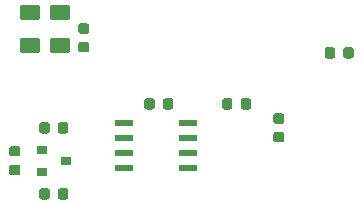
<source format=gbr>
%TF.GenerationSoftware,KiCad,Pcbnew,(5.1.4)-1*%
%TF.CreationDate,2021-10-25T09:38:00+02:00*%
%TF.ProjectId,bbb-diffcape-receiver,6262622d-6469-4666-9663-6170652d7265,rev?*%
%TF.SameCoordinates,Original*%
%TF.FileFunction,Paste,Top*%
%TF.FilePolarity,Positive*%
%FSLAX46Y46*%
G04 Gerber Fmt 4.6, Leading zero omitted, Abs format (unit mm)*
G04 Created by KiCad (PCBNEW (5.1.4)-1) date 2021-10-25 09:38:00*
%MOMM*%
%LPD*%
G04 APERTURE LIST*
%ADD10R,1.550000X0.600000*%
%ADD11C,0.100000*%
%ADD12C,0.875000*%
%ADD13R,0.900000X0.800000*%
%ADD14C,1.250000*%
G04 APERTURE END LIST*
D10*
%TO.C,U1*%
X109822000Y-76581000D03*
X109822000Y-75311000D03*
X109822000Y-74041000D03*
X109822000Y-72771000D03*
X115222000Y-72771000D03*
X115222000Y-74041000D03*
X115222000Y-75311000D03*
X115222000Y-76581000D03*
%TD*%
D11*
%TO.C,R5*%
G36*
X129069191Y-66328053D02*
G01*
X129090426Y-66331203D01*
X129111250Y-66336419D01*
X129131462Y-66343651D01*
X129150868Y-66352830D01*
X129169281Y-66363866D01*
X129186524Y-66376654D01*
X129202430Y-66391070D01*
X129216846Y-66406976D01*
X129229634Y-66424219D01*
X129240670Y-66442632D01*
X129249849Y-66462038D01*
X129257081Y-66482250D01*
X129262297Y-66503074D01*
X129265447Y-66524309D01*
X129266500Y-66545750D01*
X129266500Y-67058250D01*
X129265447Y-67079691D01*
X129262297Y-67100926D01*
X129257081Y-67121750D01*
X129249849Y-67141962D01*
X129240670Y-67161368D01*
X129229634Y-67179781D01*
X129216846Y-67197024D01*
X129202430Y-67212930D01*
X129186524Y-67227346D01*
X129169281Y-67240134D01*
X129150868Y-67251170D01*
X129131462Y-67260349D01*
X129111250Y-67267581D01*
X129090426Y-67272797D01*
X129069191Y-67275947D01*
X129047750Y-67277000D01*
X128610250Y-67277000D01*
X128588809Y-67275947D01*
X128567574Y-67272797D01*
X128546750Y-67267581D01*
X128526538Y-67260349D01*
X128507132Y-67251170D01*
X128488719Y-67240134D01*
X128471476Y-67227346D01*
X128455570Y-67212930D01*
X128441154Y-67197024D01*
X128428366Y-67179781D01*
X128417330Y-67161368D01*
X128408151Y-67141962D01*
X128400919Y-67121750D01*
X128395703Y-67100926D01*
X128392553Y-67079691D01*
X128391500Y-67058250D01*
X128391500Y-66545750D01*
X128392553Y-66524309D01*
X128395703Y-66503074D01*
X128400919Y-66482250D01*
X128408151Y-66462038D01*
X128417330Y-66442632D01*
X128428366Y-66424219D01*
X128441154Y-66406976D01*
X128455570Y-66391070D01*
X128471476Y-66376654D01*
X128488719Y-66363866D01*
X128507132Y-66352830D01*
X128526538Y-66343651D01*
X128546750Y-66336419D01*
X128567574Y-66331203D01*
X128588809Y-66328053D01*
X128610250Y-66327000D01*
X129047750Y-66327000D01*
X129069191Y-66328053D01*
X129069191Y-66328053D01*
G37*
D12*
X128829000Y-66802000D03*
D11*
G36*
X127494191Y-66328053D02*
G01*
X127515426Y-66331203D01*
X127536250Y-66336419D01*
X127556462Y-66343651D01*
X127575868Y-66352830D01*
X127594281Y-66363866D01*
X127611524Y-66376654D01*
X127627430Y-66391070D01*
X127641846Y-66406976D01*
X127654634Y-66424219D01*
X127665670Y-66442632D01*
X127674849Y-66462038D01*
X127682081Y-66482250D01*
X127687297Y-66503074D01*
X127690447Y-66524309D01*
X127691500Y-66545750D01*
X127691500Y-67058250D01*
X127690447Y-67079691D01*
X127687297Y-67100926D01*
X127682081Y-67121750D01*
X127674849Y-67141962D01*
X127665670Y-67161368D01*
X127654634Y-67179781D01*
X127641846Y-67197024D01*
X127627430Y-67212930D01*
X127611524Y-67227346D01*
X127594281Y-67240134D01*
X127575868Y-67251170D01*
X127556462Y-67260349D01*
X127536250Y-67267581D01*
X127515426Y-67272797D01*
X127494191Y-67275947D01*
X127472750Y-67277000D01*
X127035250Y-67277000D01*
X127013809Y-67275947D01*
X126992574Y-67272797D01*
X126971750Y-67267581D01*
X126951538Y-67260349D01*
X126932132Y-67251170D01*
X126913719Y-67240134D01*
X126896476Y-67227346D01*
X126880570Y-67212930D01*
X126866154Y-67197024D01*
X126853366Y-67179781D01*
X126842330Y-67161368D01*
X126833151Y-67141962D01*
X126825919Y-67121750D01*
X126820703Y-67100926D01*
X126817553Y-67079691D01*
X126816500Y-67058250D01*
X126816500Y-66545750D01*
X126817553Y-66524309D01*
X126820703Y-66503074D01*
X126825919Y-66482250D01*
X126833151Y-66462038D01*
X126842330Y-66442632D01*
X126853366Y-66424219D01*
X126866154Y-66406976D01*
X126880570Y-66391070D01*
X126896476Y-66376654D01*
X126913719Y-66363866D01*
X126932132Y-66352830D01*
X126951538Y-66343651D01*
X126971750Y-66336419D01*
X126992574Y-66331203D01*
X127013809Y-66328053D01*
X127035250Y-66327000D01*
X127472750Y-66327000D01*
X127494191Y-66328053D01*
X127494191Y-66328053D01*
G37*
D12*
X127254000Y-66802000D03*
%TD*%
D11*
%TO.C,R4*%
G36*
X118807191Y-70646053D02*
G01*
X118828426Y-70649203D01*
X118849250Y-70654419D01*
X118869462Y-70661651D01*
X118888868Y-70670830D01*
X118907281Y-70681866D01*
X118924524Y-70694654D01*
X118940430Y-70709070D01*
X118954846Y-70724976D01*
X118967634Y-70742219D01*
X118978670Y-70760632D01*
X118987849Y-70780038D01*
X118995081Y-70800250D01*
X119000297Y-70821074D01*
X119003447Y-70842309D01*
X119004500Y-70863750D01*
X119004500Y-71376250D01*
X119003447Y-71397691D01*
X119000297Y-71418926D01*
X118995081Y-71439750D01*
X118987849Y-71459962D01*
X118978670Y-71479368D01*
X118967634Y-71497781D01*
X118954846Y-71515024D01*
X118940430Y-71530930D01*
X118924524Y-71545346D01*
X118907281Y-71558134D01*
X118888868Y-71569170D01*
X118869462Y-71578349D01*
X118849250Y-71585581D01*
X118828426Y-71590797D01*
X118807191Y-71593947D01*
X118785750Y-71595000D01*
X118348250Y-71595000D01*
X118326809Y-71593947D01*
X118305574Y-71590797D01*
X118284750Y-71585581D01*
X118264538Y-71578349D01*
X118245132Y-71569170D01*
X118226719Y-71558134D01*
X118209476Y-71545346D01*
X118193570Y-71530930D01*
X118179154Y-71515024D01*
X118166366Y-71497781D01*
X118155330Y-71479368D01*
X118146151Y-71459962D01*
X118138919Y-71439750D01*
X118133703Y-71418926D01*
X118130553Y-71397691D01*
X118129500Y-71376250D01*
X118129500Y-70863750D01*
X118130553Y-70842309D01*
X118133703Y-70821074D01*
X118138919Y-70800250D01*
X118146151Y-70780038D01*
X118155330Y-70760632D01*
X118166366Y-70742219D01*
X118179154Y-70724976D01*
X118193570Y-70709070D01*
X118209476Y-70694654D01*
X118226719Y-70681866D01*
X118245132Y-70670830D01*
X118264538Y-70661651D01*
X118284750Y-70654419D01*
X118305574Y-70649203D01*
X118326809Y-70646053D01*
X118348250Y-70645000D01*
X118785750Y-70645000D01*
X118807191Y-70646053D01*
X118807191Y-70646053D01*
G37*
D12*
X118567000Y-71120000D03*
D11*
G36*
X120382191Y-70646053D02*
G01*
X120403426Y-70649203D01*
X120424250Y-70654419D01*
X120444462Y-70661651D01*
X120463868Y-70670830D01*
X120482281Y-70681866D01*
X120499524Y-70694654D01*
X120515430Y-70709070D01*
X120529846Y-70724976D01*
X120542634Y-70742219D01*
X120553670Y-70760632D01*
X120562849Y-70780038D01*
X120570081Y-70800250D01*
X120575297Y-70821074D01*
X120578447Y-70842309D01*
X120579500Y-70863750D01*
X120579500Y-71376250D01*
X120578447Y-71397691D01*
X120575297Y-71418926D01*
X120570081Y-71439750D01*
X120562849Y-71459962D01*
X120553670Y-71479368D01*
X120542634Y-71497781D01*
X120529846Y-71515024D01*
X120515430Y-71530930D01*
X120499524Y-71545346D01*
X120482281Y-71558134D01*
X120463868Y-71569170D01*
X120444462Y-71578349D01*
X120424250Y-71585581D01*
X120403426Y-71590797D01*
X120382191Y-71593947D01*
X120360750Y-71595000D01*
X119923250Y-71595000D01*
X119901809Y-71593947D01*
X119880574Y-71590797D01*
X119859750Y-71585581D01*
X119839538Y-71578349D01*
X119820132Y-71569170D01*
X119801719Y-71558134D01*
X119784476Y-71545346D01*
X119768570Y-71530930D01*
X119754154Y-71515024D01*
X119741366Y-71497781D01*
X119730330Y-71479368D01*
X119721151Y-71459962D01*
X119713919Y-71439750D01*
X119708703Y-71418926D01*
X119705553Y-71397691D01*
X119704500Y-71376250D01*
X119704500Y-70863750D01*
X119705553Y-70842309D01*
X119708703Y-70821074D01*
X119713919Y-70800250D01*
X119721151Y-70780038D01*
X119730330Y-70760632D01*
X119741366Y-70742219D01*
X119754154Y-70724976D01*
X119768570Y-70709070D01*
X119784476Y-70694654D01*
X119801719Y-70681866D01*
X119820132Y-70670830D01*
X119839538Y-70661651D01*
X119859750Y-70654419D01*
X119880574Y-70649203D01*
X119901809Y-70646053D01*
X119923250Y-70645000D01*
X120360750Y-70645000D01*
X120382191Y-70646053D01*
X120382191Y-70646053D01*
G37*
D12*
X120142000Y-71120000D03*
%TD*%
D11*
%TO.C,R3*%
G36*
X104913691Y-78266053D02*
G01*
X104934926Y-78269203D01*
X104955750Y-78274419D01*
X104975962Y-78281651D01*
X104995368Y-78290830D01*
X105013781Y-78301866D01*
X105031024Y-78314654D01*
X105046930Y-78329070D01*
X105061346Y-78344976D01*
X105074134Y-78362219D01*
X105085170Y-78380632D01*
X105094349Y-78400038D01*
X105101581Y-78420250D01*
X105106797Y-78441074D01*
X105109947Y-78462309D01*
X105111000Y-78483750D01*
X105111000Y-78996250D01*
X105109947Y-79017691D01*
X105106797Y-79038926D01*
X105101581Y-79059750D01*
X105094349Y-79079962D01*
X105085170Y-79099368D01*
X105074134Y-79117781D01*
X105061346Y-79135024D01*
X105046930Y-79150930D01*
X105031024Y-79165346D01*
X105013781Y-79178134D01*
X104995368Y-79189170D01*
X104975962Y-79198349D01*
X104955750Y-79205581D01*
X104934926Y-79210797D01*
X104913691Y-79213947D01*
X104892250Y-79215000D01*
X104454750Y-79215000D01*
X104433309Y-79213947D01*
X104412074Y-79210797D01*
X104391250Y-79205581D01*
X104371038Y-79198349D01*
X104351632Y-79189170D01*
X104333219Y-79178134D01*
X104315976Y-79165346D01*
X104300070Y-79150930D01*
X104285654Y-79135024D01*
X104272866Y-79117781D01*
X104261830Y-79099368D01*
X104252651Y-79079962D01*
X104245419Y-79059750D01*
X104240203Y-79038926D01*
X104237053Y-79017691D01*
X104236000Y-78996250D01*
X104236000Y-78483750D01*
X104237053Y-78462309D01*
X104240203Y-78441074D01*
X104245419Y-78420250D01*
X104252651Y-78400038D01*
X104261830Y-78380632D01*
X104272866Y-78362219D01*
X104285654Y-78344976D01*
X104300070Y-78329070D01*
X104315976Y-78314654D01*
X104333219Y-78301866D01*
X104351632Y-78290830D01*
X104371038Y-78281651D01*
X104391250Y-78274419D01*
X104412074Y-78269203D01*
X104433309Y-78266053D01*
X104454750Y-78265000D01*
X104892250Y-78265000D01*
X104913691Y-78266053D01*
X104913691Y-78266053D01*
G37*
D12*
X104673500Y-78740000D03*
D11*
G36*
X103338691Y-78266053D02*
G01*
X103359926Y-78269203D01*
X103380750Y-78274419D01*
X103400962Y-78281651D01*
X103420368Y-78290830D01*
X103438781Y-78301866D01*
X103456024Y-78314654D01*
X103471930Y-78329070D01*
X103486346Y-78344976D01*
X103499134Y-78362219D01*
X103510170Y-78380632D01*
X103519349Y-78400038D01*
X103526581Y-78420250D01*
X103531797Y-78441074D01*
X103534947Y-78462309D01*
X103536000Y-78483750D01*
X103536000Y-78996250D01*
X103534947Y-79017691D01*
X103531797Y-79038926D01*
X103526581Y-79059750D01*
X103519349Y-79079962D01*
X103510170Y-79099368D01*
X103499134Y-79117781D01*
X103486346Y-79135024D01*
X103471930Y-79150930D01*
X103456024Y-79165346D01*
X103438781Y-79178134D01*
X103420368Y-79189170D01*
X103400962Y-79198349D01*
X103380750Y-79205581D01*
X103359926Y-79210797D01*
X103338691Y-79213947D01*
X103317250Y-79215000D01*
X102879750Y-79215000D01*
X102858309Y-79213947D01*
X102837074Y-79210797D01*
X102816250Y-79205581D01*
X102796038Y-79198349D01*
X102776632Y-79189170D01*
X102758219Y-79178134D01*
X102740976Y-79165346D01*
X102725070Y-79150930D01*
X102710654Y-79135024D01*
X102697866Y-79117781D01*
X102686830Y-79099368D01*
X102677651Y-79079962D01*
X102670419Y-79059750D01*
X102665203Y-79038926D01*
X102662053Y-79017691D01*
X102661000Y-78996250D01*
X102661000Y-78483750D01*
X102662053Y-78462309D01*
X102665203Y-78441074D01*
X102670419Y-78420250D01*
X102677651Y-78400038D01*
X102686830Y-78380632D01*
X102697866Y-78362219D01*
X102710654Y-78344976D01*
X102725070Y-78329070D01*
X102740976Y-78314654D01*
X102758219Y-78301866D01*
X102776632Y-78290830D01*
X102796038Y-78281651D01*
X102816250Y-78274419D01*
X102837074Y-78269203D01*
X102858309Y-78266053D01*
X102879750Y-78265000D01*
X103317250Y-78265000D01*
X103338691Y-78266053D01*
X103338691Y-78266053D01*
G37*
D12*
X103098500Y-78740000D03*
%TD*%
D11*
%TO.C,R2*%
G36*
X104913691Y-72678053D02*
G01*
X104934926Y-72681203D01*
X104955750Y-72686419D01*
X104975962Y-72693651D01*
X104995368Y-72702830D01*
X105013781Y-72713866D01*
X105031024Y-72726654D01*
X105046930Y-72741070D01*
X105061346Y-72756976D01*
X105074134Y-72774219D01*
X105085170Y-72792632D01*
X105094349Y-72812038D01*
X105101581Y-72832250D01*
X105106797Y-72853074D01*
X105109947Y-72874309D01*
X105111000Y-72895750D01*
X105111000Y-73408250D01*
X105109947Y-73429691D01*
X105106797Y-73450926D01*
X105101581Y-73471750D01*
X105094349Y-73491962D01*
X105085170Y-73511368D01*
X105074134Y-73529781D01*
X105061346Y-73547024D01*
X105046930Y-73562930D01*
X105031024Y-73577346D01*
X105013781Y-73590134D01*
X104995368Y-73601170D01*
X104975962Y-73610349D01*
X104955750Y-73617581D01*
X104934926Y-73622797D01*
X104913691Y-73625947D01*
X104892250Y-73627000D01*
X104454750Y-73627000D01*
X104433309Y-73625947D01*
X104412074Y-73622797D01*
X104391250Y-73617581D01*
X104371038Y-73610349D01*
X104351632Y-73601170D01*
X104333219Y-73590134D01*
X104315976Y-73577346D01*
X104300070Y-73562930D01*
X104285654Y-73547024D01*
X104272866Y-73529781D01*
X104261830Y-73511368D01*
X104252651Y-73491962D01*
X104245419Y-73471750D01*
X104240203Y-73450926D01*
X104237053Y-73429691D01*
X104236000Y-73408250D01*
X104236000Y-72895750D01*
X104237053Y-72874309D01*
X104240203Y-72853074D01*
X104245419Y-72832250D01*
X104252651Y-72812038D01*
X104261830Y-72792632D01*
X104272866Y-72774219D01*
X104285654Y-72756976D01*
X104300070Y-72741070D01*
X104315976Y-72726654D01*
X104333219Y-72713866D01*
X104351632Y-72702830D01*
X104371038Y-72693651D01*
X104391250Y-72686419D01*
X104412074Y-72681203D01*
X104433309Y-72678053D01*
X104454750Y-72677000D01*
X104892250Y-72677000D01*
X104913691Y-72678053D01*
X104913691Y-72678053D01*
G37*
D12*
X104673500Y-73152000D03*
D11*
G36*
X103338691Y-72678053D02*
G01*
X103359926Y-72681203D01*
X103380750Y-72686419D01*
X103400962Y-72693651D01*
X103420368Y-72702830D01*
X103438781Y-72713866D01*
X103456024Y-72726654D01*
X103471930Y-72741070D01*
X103486346Y-72756976D01*
X103499134Y-72774219D01*
X103510170Y-72792632D01*
X103519349Y-72812038D01*
X103526581Y-72832250D01*
X103531797Y-72853074D01*
X103534947Y-72874309D01*
X103536000Y-72895750D01*
X103536000Y-73408250D01*
X103534947Y-73429691D01*
X103531797Y-73450926D01*
X103526581Y-73471750D01*
X103519349Y-73491962D01*
X103510170Y-73511368D01*
X103499134Y-73529781D01*
X103486346Y-73547024D01*
X103471930Y-73562930D01*
X103456024Y-73577346D01*
X103438781Y-73590134D01*
X103420368Y-73601170D01*
X103400962Y-73610349D01*
X103380750Y-73617581D01*
X103359926Y-73622797D01*
X103338691Y-73625947D01*
X103317250Y-73627000D01*
X102879750Y-73627000D01*
X102858309Y-73625947D01*
X102837074Y-73622797D01*
X102816250Y-73617581D01*
X102796038Y-73610349D01*
X102776632Y-73601170D01*
X102758219Y-73590134D01*
X102740976Y-73577346D01*
X102725070Y-73562930D01*
X102710654Y-73547024D01*
X102697866Y-73529781D01*
X102686830Y-73511368D01*
X102677651Y-73491962D01*
X102670419Y-73471750D01*
X102665203Y-73450926D01*
X102662053Y-73429691D01*
X102661000Y-73408250D01*
X102661000Y-72895750D01*
X102662053Y-72874309D01*
X102665203Y-72853074D01*
X102670419Y-72832250D01*
X102677651Y-72812038D01*
X102686830Y-72792632D01*
X102697866Y-72774219D01*
X102710654Y-72756976D01*
X102725070Y-72741070D01*
X102740976Y-72726654D01*
X102758219Y-72713866D01*
X102776632Y-72702830D01*
X102796038Y-72693651D01*
X102816250Y-72686419D01*
X102837074Y-72681203D01*
X102858309Y-72678053D01*
X102879750Y-72677000D01*
X103317250Y-72677000D01*
X103338691Y-72678053D01*
X103338691Y-72678053D01*
G37*
D12*
X103098500Y-73152000D03*
%TD*%
D11*
%TO.C,R1*%
G36*
X100861691Y-76271553D02*
G01*
X100882926Y-76274703D01*
X100903750Y-76279919D01*
X100923962Y-76287151D01*
X100943368Y-76296330D01*
X100961781Y-76307366D01*
X100979024Y-76320154D01*
X100994930Y-76334570D01*
X101009346Y-76350476D01*
X101022134Y-76367719D01*
X101033170Y-76386132D01*
X101042349Y-76405538D01*
X101049581Y-76425750D01*
X101054797Y-76446574D01*
X101057947Y-76467809D01*
X101059000Y-76489250D01*
X101059000Y-76926750D01*
X101057947Y-76948191D01*
X101054797Y-76969426D01*
X101049581Y-76990250D01*
X101042349Y-77010462D01*
X101033170Y-77029868D01*
X101022134Y-77048281D01*
X101009346Y-77065524D01*
X100994930Y-77081430D01*
X100979024Y-77095846D01*
X100961781Y-77108634D01*
X100943368Y-77119670D01*
X100923962Y-77128849D01*
X100903750Y-77136081D01*
X100882926Y-77141297D01*
X100861691Y-77144447D01*
X100840250Y-77145500D01*
X100327750Y-77145500D01*
X100306309Y-77144447D01*
X100285074Y-77141297D01*
X100264250Y-77136081D01*
X100244038Y-77128849D01*
X100224632Y-77119670D01*
X100206219Y-77108634D01*
X100188976Y-77095846D01*
X100173070Y-77081430D01*
X100158654Y-77065524D01*
X100145866Y-77048281D01*
X100134830Y-77029868D01*
X100125651Y-77010462D01*
X100118419Y-76990250D01*
X100113203Y-76969426D01*
X100110053Y-76948191D01*
X100109000Y-76926750D01*
X100109000Y-76489250D01*
X100110053Y-76467809D01*
X100113203Y-76446574D01*
X100118419Y-76425750D01*
X100125651Y-76405538D01*
X100134830Y-76386132D01*
X100145866Y-76367719D01*
X100158654Y-76350476D01*
X100173070Y-76334570D01*
X100188976Y-76320154D01*
X100206219Y-76307366D01*
X100224632Y-76296330D01*
X100244038Y-76287151D01*
X100264250Y-76279919D01*
X100285074Y-76274703D01*
X100306309Y-76271553D01*
X100327750Y-76270500D01*
X100840250Y-76270500D01*
X100861691Y-76271553D01*
X100861691Y-76271553D01*
G37*
D12*
X100584000Y-76708000D03*
D11*
G36*
X100861691Y-74696553D02*
G01*
X100882926Y-74699703D01*
X100903750Y-74704919D01*
X100923962Y-74712151D01*
X100943368Y-74721330D01*
X100961781Y-74732366D01*
X100979024Y-74745154D01*
X100994930Y-74759570D01*
X101009346Y-74775476D01*
X101022134Y-74792719D01*
X101033170Y-74811132D01*
X101042349Y-74830538D01*
X101049581Y-74850750D01*
X101054797Y-74871574D01*
X101057947Y-74892809D01*
X101059000Y-74914250D01*
X101059000Y-75351750D01*
X101057947Y-75373191D01*
X101054797Y-75394426D01*
X101049581Y-75415250D01*
X101042349Y-75435462D01*
X101033170Y-75454868D01*
X101022134Y-75473281D01*
X101009346Y-75490524D01*
X100994930Y-75506430D01*
X100979024Y-75520846D01*
X100961781Y-75533634D01*
X100943368Y-75544670D01*
X100923962Y-75553849D01*
X100903750Y-75561081D01*
X100882926Y-75566297D01*
X100861691Y-75569447D01*
X100840250Y-75570500D01*
X100327750Y-75570500D01*
X100306309Y-75569447D01*
X100285074Y-75566297D01*
X100264250Y-75561081D01*
X100244038Y-75553849D01*
X100224632Y-75544670D01*
X100206219Y-75533634D01*
X100188976Y-75520846D01*
X100173070Y-75506430D01*
X100158654Y-75490524D01*
X100145866Y-75473281D01*
X100134830Y-75454868D01*
X100125651Y-75435462D01*
X100118419Y-75415250D01*
X100113203Y-75394426D01*
X100110053Y-75373191D01*
X100109000Y-75351750D01*
X100109000Y-74914250D01*
X100110053Y-74892809D01*
X100113203Y-74871574D01*
X100118419Y-74850750D01*
X100125651Y-74830538D01*
X100134830Y-74811132D01*
X100145866Y-74792719D01*
X100158654Y-74775476D01*
X100173070Y-74759570D01*
X100188976Y-74745154D01*
X100206219Y-74732366D01*
X100224632Y-74721330D01*
X100244038Y-74712151D01*
X100264250Y-74704919D01*
X100285074Y-74699703D01*
X100306309Y-74696553D01*
X100327750Y-74695500D01*
X100840250Y-74695500D01*
X100861691Y-74696553D01*
X100861691Y-74696553D01*
G37*
D12*
X100584000Y-75133000D03*
%TD*%
D11*
%TO.C,D2*%
G36*
X123213691Y-71928053D02*
G01*
X123234926Y-71931203D01*
X123255750Y-71936419D01*
X123275962Y-71943651D01*
X123295368Y-71952830D01*
X123313781Y-71963866D01*
X123331024Y-71976654D01*
X123346930Y-71991070D01*
X123361346Y-72006976D01*
X123374134Y-72024219D01*
X123385170Y-72042632D01*
X123394349Y-72062038D01*
X123401581Y-72082250D01*
X123406797Y-72103074D01*
X123409947Y-72124309D01*
X123411000Y-72145750D01*
X123411000Y-72583250D01*
X123409947Y-72604691D01*
X123406797Y-72625926D01*
X123401581Y-72646750D01*
X123394349Y-72666962D01*
X123385170Y-72686368D01*
X123374134Y-72704781D01*
X123361346Y-72722024D01*
X123346930Y-72737930D01*
X123331024Y-72752346D01*
X123313781Y-72765134D01*
X123295368Y-72776170D01*
X123275962Y-72785349D01*
X123255750Y-72792581D01*
X123234926Y-72797797D01*
X123213691Y-72800947D01*
X123192250Y-72802000D01*
X122679750Y-72802000D01*
X122658309Y-72800947D01*
X122637074Y-72797797D01*
X122616250Y-72792581D01*
X122596038Y-72785349D01*
X122576632Y-72776170D01*
X122558219Y-72765134D01*
X122540976Y-72752346D01*
X122525070Y-72737930D01*
X122510654Y-72722024D01*
X122497866Y-72704781D01*
X122486830Y-72686368D01*
X122477651Y-72666962D01*
X122470419Y-72646750D01*
X122465203Y-72625926D01*
X122462053Y-72604691D01*
X122461000Y-72583250D01*
X122461000Y-72145750D01*
X122462053Y-72124309D01*
X122465203Y-72103074D01*
X122470419Y-72082250D01*
X122477651Y-72062038D01*
X122486830Y-72042632D01*
X122497866Y-72024219D01*
X122510654Y-72006976D01*
X122525070Y-71991070D01*
X122540976Y-71976654D01*
X122558219Y-71963866D01*
X122576632Y-71952830D01*
X122596038Y-71943651D01*
X122616250Y-71936419D01*
X122637074Y-71931203D01*
X122658309Y-71928053D01*
X122679750Y-71927000D01*
X123192250Y-71927000D01*
X123213691Y-71928053D01*
X123213691Y-71928053D01*
G37*
D12*
X122936000Y-72364500D03*
D11*
G36*
X123213691Y-73503053D02*
G01*
X123234926Y-73506203D01*
X123255750Y-73511419D01*
X123275962Y-73518651D01*
X123295368Y-73527830D01*
X123313781Y-73538866D01*
X123331024Y-73551654D01*
X123346930Y-73566070D01*
X123361346Y-73581976D01*
X123374134Y-73599219D01*
X123385170Y-73617632D01*
X123394349Y-73637038D01*
X123401581Y-73657250D01*
X123406797Y-73678074D01*
X123409947Y-73699309D01*
X123411000Y-73720750D01*
X123411000Y-74158250D01*
X123409947Y-74179691D01*
X123406797Y-74200926D01*
X123401581Y-74221750D01*
X123394349Y-74241962D01*
X123385170Y-74261368D01*
X123374134Y-74279781D01*
X123361346Y-74297024D01*
X123346930Y-74312930D01*
X123331024Y-74327346D01*
X123313781Y-74340134D01*
X123295368Y-74351170D01*
X123275962Y-74360349D01*
X123255750Y-74367581D01*
X123234926Y-74372797D01*
X123213691Y-74375947D01*
X123192250Y-74377000D01*
X122679750Y-74377000D01*
X122658309Y-74375947D01*
X122637074Y-74372797D01*
X122616250Y-74367581D01*
X122596038Y-74360349D01*
X122576632Y-74351170D01*
X122558219Y-74340134D01*
X122540976Y-74327346D01*
X122525070Y-74312930D01*
X122510654Y-74297024D01*
X122497866Y-74279781D01*
X122486830Y-74261368D01*
X122477651Y-74241962D01*
X122470419Y-74221750D01*
X122465203Y-74200926D01*
X122462053Y-74179691D01*
X122461000Y-74158250D01*
X122461000Y-73720750D01*
X122462053Y-73699309D01*
X122465203Y-73678074D01*
X122470419Y-73657250D01*
X122477651Y-73637038D01*
X122486830Y-73617632D01*
X122497866Y-73599219D01*
X122510654Y-73581976D01*
X122525070Y-73566070D01*
X122540976Y-73551654D01*
X122558219Y-73538866D01*
X122576632Y-73527830D01*
X122596038Y-73518651D01*
X122616250Y-73511419D01*
X122637074Y-73506203D01*
X122658309Y-73503053D01*
X122679750Y-73502000D01*
X123192250Y-73502000D01*
X123213691Y-73503053D01*
X123213691Y-73503053D01*
G37*
D12*
X122936000Y-73939500D03*
%TD*%
D13*
%TO.C,D1*%
X104886000Y-75946000D03*
X102886000Y-76896000D03*
X102886000Y-74996000D03*
%TD*%
D11*
%TO.C,C4*%
G36*
X113803691Y-70646053D02*
G01*
X113824926Y-70649203D01*
X113845750Y-70654419D01*
X113865962Y-70661651D01*
X113885368Y-70670830D01*
X113903781Y-70681866D01*
X113921024Y-70694654D01*
X113936930Y-70709070D01*
X113951346Y-70724976D01*
X113964134Y-70742219D01*
X113975170Y-70760632D01*
X113984349Y-70780038D01*
X113991581Y-70800250D01*
X113996797Y-70821074D01*
X113999947Y-70842309D01*
X114001000Y-70863750D01*
X114001000Y-71376250D01*
X113999947Y-71397691D01*
X113996797Y-71418926D01*
X113991581Y-71439750D01*
X113984349Y-71459962D01*
X113975170Y-71479368D01*
X113964134Y-71497781D01*
X113951346Y-71515024D01*
X113936930Y-71530930D01*
X113921024Y-71545346D01*
X113903781Y-71558134D01*
X113885368Y-71569170D01*
X113865962Y-71578349D01*
X113845750Y-71585581D01*
X113824926Y-71590797D01*
X113803691Y-71593947D01*
X113782250Y-71595000D01*
X113344750Y-71595000D01*
X113323309Y-71593947D01*
X113302074Y-71590797D01*
X113281250Y-71585581D01*
X113261038Y-71578349D01*
X113241632Y-71569170D01*
X113223219Y-71558134D01*
X113205976Y-71545346D01*
X113190070Y-71530930D01*
X113175654Y-71515024D01*
X113162866Y-71497781D01*
X113151830Y-71479368D01*
X113142651Y-71459962D01*
X113135419Y-71439750D01*
X113130203Y-71418926D01*
X113127053Y-71397691D01*
X113126000Y-71376250D01*
X113126000Y-70863750D01*
X113127053Y-70842309D01*
X113130203Y-70821074D01*
X113135419Y-70800250D01*
X113142651Y-70780038D01*
X113151830Y-70760632D01*
X113162866Y-70742219D01*
X113175654Y-70724976D01*
X113190070Y-70709070D01*
X113205976Y-70694654D01*
X113223219Y-70681866D01*
X113241632Y-70670830D01*
X113261038Y-70661651D01*
X113281250Y-70654419D01*
X113302074Y-70649203D01*
X113323309Y-70646053D01*
X113344750Y-70645000D01*
X113782250Y-70645000D01*
X113803691Y-70646053D01*
X113803691Y-70646053D01*
G37*
D12*
X113563500Y-71120000D03*
D11*
G36*
X112228691Y-70646053D02*
G01*
X112249926Y-70649203D01*
X112270750Y-70654419D01*
X112290962Y-70661651D01*
X112310368Y-70670830D01*
X112328781Y-70681866D01*
X112346024Y-70694654D01*
X112361930Y-70709070D01*
X112376346Y-70724976D01*
X112389134Y-70742219D01*
X112400170Y-70760632D01*
X112409349Y-70780038D01*
X112416581Y-70800250D01*
X112421797Y-70821074D01*
X112424947Y-70842309D01*
X112426000Y-70863750D01*
X112426000Y-71376250D01*
X112424947Y-71397691D01*
X112421797Y-71418926D01*
X112416581Y-71439750D01*
X112409349Y-71459962D01*
X112400170Y-71479368D01*
X112389134Y-71497781D01*
X112376346Y-71515024D01*
X112361930Y-71530930D01*
X112346024Y-71545346D01*
X112328781Y-71558134D01*
X112310368Y-71569170D01*
X112290962Y-71578349D01*
X112270750Y-71585581D01*
X112249926Y-71590797D01*
X112228691Y-71593947D01*
X112207250Y-71595000D01*
X111769750Y-71595000D01*
X111748309Y-71593947D01*
X111727074Y-71590797D01*
X111706250Y-71585581D01*
X111686038Y-71578349D01*
X111666632Y-71569170D01*
X111648219Y-71558134D01*
X111630976Y-71545346D01*
X111615070Y-71530930D01*
X111600654Y-71515024D01*
X111587866Y-71497781D01*
X111576830Y-71479368D01*
X111567651Y-71459962D01*
X111560419Y-71439750D01*
X111555203Y-71418926D01*
X111552053Y-71397691D01*
X111551000Y-71376250D01*
X111551000Y-70863750D01*
X111552053Y-70842309D01*
X111555203Y-70821074D01*
X111560419Y-70800250D01*
X111567651Y-70780038D01*
X111576830Y-70760632D01*
X111587866Y-70742219D01*
X111600654Y-70724976D01*
X111615070Y-70709070D01*
X111630976Y-70694654D01*
X111648219Y-70681866D01*
X111666632Y-70670830D01*
X111686038Y-70661651D01*
X111706250Y-70654419D01*
X111727074Y-70649203D01*
X111748309Y-70646053D01*
X111769750Y-70645000D01*
X112207250Y-70645000D01*
X112228691Y-70646053D01*
X112228691Y-70646053D01*
G37*
D12*
X111988500Y-71120000D03*
%TD*%
D11*
%TO.C,C3*%
G36*
X106703691Y-65883053D02*
G01*
X106724926Y-65886203D01*
X106745750Y-65891419D01*
X106765962Y-65898651D01*
X106785368Y-65907830D01*
X106803781Y-65918866D01*
X106821024Y-65931654D01*
X106836930Y-65946070D01*
X106851346Y-65961976D01*
X106864134Y-65979219D01*
X106875170Y-65997632D01*
X106884349Y-66017038D01*
X106891581Y-66037250D01*
X106896797Y-66058074D01*
X106899947Y-66079309D01*
X106901000Y-66100750D01*
X106901000Y-66538250D01*
X106899947Y-66559691D01*
X106896797Y-66580926D01*
X106891581Y-66601750D01*
X106884349Y-66621962D01*
X106875170Y-66641368D01*
X106864134Y-66659781D01*
X106851346Y-66677024D01*
X106836930Y-66692930D01*
X106821024Y-66707346D01*
X106803781Y-66720134D01*
X106785368Y-66731170D01*
X106765962Y-66740349D01*
X106745750Y-66747581D01*
X106724926Y-66752797D01*
X106703691Y-66755947D01*
X106682250Y-66757000D01*
X106169750Y-66757000D01*
X106148309Y-66755947D01*
X106127074Y-66752797D01*
X106106250Y-66747581D01*
X106086038Y-66740349D01*
X106066632Y-66731170D01*
X106048219Y-66720134D01*
X106030976Y-66707346D01*
X106015070Y-66692930D01*
X106000654Y-66677024D01*
X105987866Y-66659781D01*
X105976830Y-66641368D01*
X105967651Y-66621962D01*
X105960419Y-66601750D01*
X105955203Y-66580926D01*
X105952053Y-66559691D01*
X105951000Y-66538250D01*
X105951000Y-66100750D01*
X105952053Y-66079309D01*
X105955203Y-66058074D01*
X105960419Y-66037250D01*
X105967651Y-66017038D01*
X105976830Y-65997632D01*
X105987866Y-65979219D01*
X106000654Y-65961976D01*
X106015070Y-65946070D01*
X106030976Y-65931654D01*
X106048219Y-65918866D01*
X106066632Y-65907830D01*
X106086038Y-65898651D01*
X106106250Y-65891419D01*
X106127074Y-65886203D01*
X106148309Y-65883053D01*
X106169750Y-65882000D01*
X106682250Y-65882000D01*
X106703691Y-65883053D01*
X106703691Y-65883053D01*
G37*
D12*
X106426000Y-66319500D03*
D11*
G36*
X106703691Y-64308053D02*
G01*
X106724926Y-64311203D01*
X106745750Y-64316419D01*
X106765962Y-64323651D01*
X106785368Y-64332830D01*
X106803781Y-64343866D01*
X106821024Y-64356654D01*
X106836930Y-64371070D01*
X106851346Y-64386976D01*
X106864134Y-64404219D01*
X106875170Y-64422632D01*
X106884349Y-64442038D01*
X106891581Y-64462250D01*
X106896797Y-64483074D01*
X106899947Y-64504309D01*
X106901000Y-64525750D01*
X106901000Y-64963250D01*
X106899947Y-64984691D01*
X106896797Y-65005926D01*
X106891581Y-65026750D01*
X106884349Y-65046962D01*
X106875170Y-65066368D01*
X106864134Y-65084781D01*
X106851346Y-65102024D01*
X106836930Y-65117930D01*
X106821024Y-65132346D01*
X106803781Y-65145134D01*
X106785368Y-65156170D01*
X106765962Y-65165349D01*
X106745750Y-65172581D01*
X106724926Y-65177797D01*
X106703691Y-65180947D01*
X106682250Y-65182000D01*
X106169750Y-65182000D01*
X106148309Y-65180947D01*
X106127074Y-65177797D01*
X106106250Y-65172581D01*
X106086038Y-65165349D01*
X106066632Y-65156170D01*
X106048219Y-65145134D01*
X106030976Y-65132346D01*
X106015070Y-65117930D01*
X106000654Y-65102024D01*
X105987866Y-65084781D01*
X105976830Y-65066368D01*
X105967651Y-65046962D01*
X105960419Y-65026750D01*
X105955203Y-65005926D01*
X105952053Y-64984691D01*
X105951000Y-64963250D01*
X105951000Y-64525750D01*
X105952053Y-64504309D01*
X105955203Y-64483074D01*
X105960419Y-64462250D01*
X105967651Y-64442038D01*
X105976830Y-64422632D01*
X105987866Y-64404219D01*
X106000654Y-64386976D01*
X106015070Y-64371070D01*
X106030976Y-64356654D01*
X106048219Y-64343866D01*
X106066632Y-64332830D01*
X106086038Y-64323651D01*
X106106250Y-64316419D01*
X106127074Y-64311203D01*
X106148309Y-64308053D01*
X106169750Y-64307000D01*
X106682250Y-64307000D01*
X106703691Y-64308053D01*
X106703691Y-64308053D01*
G37*
D12*
X106426000Y-64744500D03*
%TD*%
D11*
%TO.C,C2*%
G36*
X105043504Y-65546204D02*
G01*
X105067773Y-65549804D01*
X105091571Y-65555765D01*
X105114671Y-65564030D01*
X105136849Y-65574520D01*
X105157893Y-65587133D01*
X105177598Y-65601747D01*
X105195777Y-65618223D01*
X105212253Y-65636402D01*
X105226867Y-65656107D01*
X105239480Y-65677151D01*
X105249970Y-65699329D01*
X105258235Y-65722429D01*
X105264196Y-65746227D01*
X105267796Y-65770496D01*
X105269000Y-65795000D01*
X105269000Y-66545000D01*
X105267796Y-66569504D01*
X105264196Y-66593773D01*
X105258235Y-66617571D01*
X105249970Y-66640671D01*
X105239480Y-66662849D01*
X105226867Y-66683893D01*
X105212253Y-66703598D01*
X105195777Y-66721777D01*
X105177598Y-66738253D01*
X105157893Y-66752867D01*
X105136849Y-66765480D01*
X105114671Y-66775970D01*
X105091571Y-66784235D01*
X105067773Y-66790196D01*
X105043504Y-66793796D01*
X105019000Y-66795000D01*
X103769000Y-66795000D01*
X103744496Y-66793796D01*
X103720227Y-66790196D01*
X103696429Y-66784235D01*
X103673329Y-66775970D01*
X103651151Y-66765480D01*
X103630107Y-66752867D01*
X103610402Y-66738253D01*
X103592223Y-66721777D01*
X103575747Y-66703598D01*
X103561133Y-66683893D01*
X103548520Y-66662849D01*
X103538030Y-66640671D01*
X103529765Y-66617571D01*
X103523804Y-66593773D01*
X103520204Y-66569504D01*
X103519000Y-66545000D01*
X103519000Y-65795000D01*
X103520204Y-65770496D01*
X103523804Y-65746227D01*
X103529765Y-65722429D01*
X103538030Y-65699329D01*
X103548520Y-65677151D01*
X103561133Y-65656107D01*
X103575747Y-65636402D01*
X103592223Y-65618223D01*
X103610402Y-65601747D01*
X103630107Y-65587133D01*
X103651151Y-65574520D01*
X103673329Y-65564030D01*
X103696429Y-65555765D01*
X103720227Y-65549804D01*
X103744496Y-65546204D01*
X103769000Y-65545000D01*
X105019000Y-65545000D01*
X105043504Y-65546204D01*
X105043504Y-65546204D01*
G37*
D14*
X104394000Y-66170000D03*
D11*
G36*
X105043504Y-62746204D02*
G01*
X105067773Y-62749804D01*
X105091571Y-62755765D01*
X105114671Y-62764030D01*
X105136849Y-62774520D01*
X105157893Y-62787133D01*
X105177598Y-62801747D01*
X105195777Y-62818223D01*
X105212253Y-62836402D01*
X105226867Y-62856107D01*
X105239480Y-62877151D01*
X105249970Y-62899329D01*
X105258235Y-62922429D01*
X105264196Y-62946227D01*
X105267796Y-62970496D01*
X105269000Y-62995000D01*
X105269000Y-63745000D01*
X105267796Y-63769504D01*
X105264196Y-63793773D01*
X105258235Y-63817571D01*
X105249970Y-63840671D01*
X105239480Y-63862849D01*
X105226867Y-63883893D01*
X105212253Y-63903598D01*
X105195777Y-63921777D01*
X105177598Y-63938253D01*
X105157893Y-63952867D01*
X105136849Y-63965480D01*
X105114671Y-63975970D01*
X105091571Y-63984235D01*
X105067773Y-63990196D01*
X105043504Y-63993796D01*
X105019000Y-63995000D01*
X103769000Y-63995000D01*
X103744496Y-63993796D01*
X103720227Y-63990196D01*
X103696429Y-63984235D01*
X103673329Y-63975970D01*
X103651151Y-63965480D01*
X103630107Y-63952867D01*
X103610402Y-63938253D01*
X103592223Y-63921777D01*
X103575747Y-63903598D01*
X103561133Y-63883893D01*
X103548520Y-63862849D01*
X103538030Y-63840671D01*
X103529765Y-63817571D01*
X103523804Y-63793773D01*
X103520204Y-63769504D01*
X103519000Y-63745000D01*
X103519000Y-62995000D01*
X103520204Y-62970496D01*
X103523804Y-62946227D01*
X103529765Y-62922429D01*
X103538030Y-62899329D01*
X103548520Y-62877151D01*
X103561133Y-62856107D01*
X103575747Y-62836402D01*
X103592223Y-62818223D01*
X103610402Y-62801747D01*
X103630107Y-62787133D01*
X103651151Y-62774520D01*
X103673329Y-62764030D01*
X103696429Y-62755765D01*
X103720227Y-62749804D01*
X103744496Y-62746204D01*
X103769000Y-62745000D01*
X105019000Y-62745000D01*
X105043504Y-62746204D01*
X105043504Y-62746204D01*
G37*
D14*
X104394000Y-63370000D03*
%TD*%
D11*
%TO.C,C1*%
G36*
X102503504Y-65546204D02*
G01*
X102527773Y-65549804D01*
X102551571Y-65555765D01*
X102574671Y-65564030D01*
X102596849Y-65574520D01*
X102617893Y-65587133D01*
X102637598Y-65601747D01*
X102655777Y-65618223D01*
X102672253Y-65636402D01*
X102686867Y-65656107D01*
X102699480Y-65677151D01*
X102709970Y-65699329D01*
X102718235Y-65722429D01*
X102724196Y-65746227D01*
X102727796Y-65770496D01*
X102729000Y-65795000D01*
X102729000Y-66545000D01*
X102727796Y-66569504D01*
X102724196Y-66593773D01*
X102718235Y-66617571D01*
X102709970Y-66640671D01*
X102699480Y-66662849D01*
X102686867Y-66683893D01*
X102672253Y-66703598D01*
X102655777Y-66721777D01*
X102637598Y-66738253D01*
X102617893Y-66752867D01*
X102596849Y-66765480D01*
X102574671Y-66775970D01*
X102551571Y-66784235D01*
X102527773Y-66790196D01*
X102503504Y-66793796D01*
X102479000Y-66795000D01*
X101229000Y-66795000D01*
X101204496Y-66793796D01*
X101180227Y-66790196D01*
X101156429Y-66784235D01*
X101133329Y-66775970D01*
X101111151Y-66765480D01*
X101090107Y-66752867D01*
X101070402Y-66738253D01*
X101052223Y-66721777D01*
X101035747Y-66703598D01*
X101021133Y-66683893D01*
X101008520Y-66662849D01*
X100998030Y-66640671D01*
X100989765Y-66617571D01*
X100983804Y-66593773D01*
X100980204Y-66569504D01*
X100979000Y-66545000D01*
X100979000Y-65795000D01*
X100980204Y-65770496D01*
X100983804Y-65746227D01*
X100989765Y-65722429D01*
X100998030Y-65699329D01*
X101008520Y-65677151D01*
X101021133Y-65656107D01*
X101035747Y-65636402D01*
X101052223Y-65618223D01*
X101070402Y-65601747D01*
X101090107Y-65587133D01*
X101111151Y-65574520D01*
X101133329Y-65564030D01*
X101156429Y-65555765D01*
X101180227Y-65549804D01*
X101204496Y-65546204D01*
X101229000Y-65545000D01*
X102479000Y-65545000D01*
X102503504Y-65546204D01*
X102503504Y-65546204D01*
G37*
D14*
X101854000Y-66170000D03*
D11*
G36*
X102503504Y-62746204D02*
G01*
X102527773Y-62749804D01*
X102551571Y-62755765D01*
X102574671Y-62764030D01*
X102596849Y-62774520D01*
X102617893Y-62787133D01*
X102637598Y-62801747D01*
X102655777Y-62818223D01*
X102672253Y-62836402D01*
X102686867Y-62856107D01*
X102699480Y-62877151D01*
X102709970Y-62899329D01*
X102718235Y-62922429D01*
X102724196Y-62946227D01*
X102727796Y-62970496D01*
X102729000Y-62995000D01*
X102729000Y-63745000D01*
X102727796Y-63769504D01*
X102724196Y-63793773D01*
X102718235Y-63817571D01*
X102709970Y-63840671D01*
X102699480Y-63862849D01*
X102686867Y-63883893D01*
X102672253Y-63903598D01*
X102655777Y-63921777D01*
X102637598Y-63938253D01*
X102617893Y-63952867D01*
X102596849Y-63965480D01*
X102574671Y-63975970D01*
X102551571Y-63984235D01*
X102527773Y-63990196D01*
X102503504Y-63993796D01*
X102479000Y-63995000D01*
X101229000Y-63995000D01*
X101204496Y-63993796D01*
X101180227Y-63990196D01*
X101156429Y-63984235D01*
X101133329Y-63975970D01*
X101111151Y-63965480D01*
X101090107Y-63952867D01*
X101070402Y-63938253D01*
X101052223Y-63921777D01*
X101035747Y-63903598D01*
X101021133Y-63883893D01*
X101008520Y-63862849D01*
X100998030Y-63840671D01*
X100989765Y-63817571D01*
X100983804Y-63793773D01*
X100980204Y-63769504D01*
X100979000Y-63745000D01*
X100979000Y-62995000D01*
X100980204Y-62970496D01*
X100983804Y-62946227D01*
X100989765Y-62922429D01*
X100998030Y-62899329D01*
X101008520Y-62877151D01*
X101021133Y-62856107D01*
X101035747Y-62836402D01*
X101052223Y-62818223D01*
X101070402Y-62801747D01*
X101090107Y-62787133D01*
X101111151Y-62774520D01*
X101133329Y-62764030D01*
X101156429Y-62755765D01*
X101180227Y-62749804D01*
X101204496Y-62746204D01*
X101229000Y-62745000D01*
X102479000Y-62745000D01*
X102503504Y-62746204D01*
X102503504Y-62746204D01*
G37*
D14*
X101854000Y-63370000D03*
%TD*%
M02*

</source>
